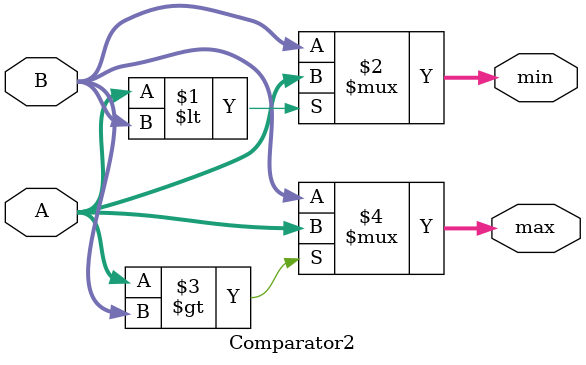
<source format=v>
module Comparator2 (
    input   [3:0]   A  ,  
    input   [3:0]   B  ,  
    output  [3:0]   min,  
    output  [3:0]   max  
);

///////////////////////////////
//	Write Your Design Here ~ //
///////////////////////////////
    assign min = (A < B) ? A : B;
    assign max = (A > B) ? A : B;

endmodule

</source>
